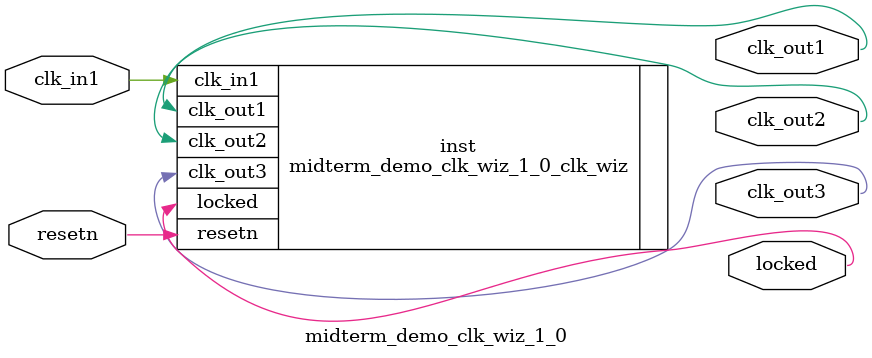
<source format=v>


`timescale 1ps/1ps

(* CORE_GENERATION_INFO = "midterm_demo_clk_wiz_1_0,clk_wiz_v6_0_2_0_0,{component_name=midterm_demo_clk_wiz_1_0,use_phase_alignment=true,use_min_o_jitter=false,use_max_i_jitter=false,use_dyn_phase_shift=false,use_inclk_switchover=false,use_dyn_reconfig=false,enable_axi=0,feedback_source=FDBK_AUTO,PRIMITIVE=MMCM,num_out_clk=3,clkin1_period=10.000,clkin2_period=10.000,use_power_down=false,use_reset=true,use_locked=true,use_inclk_stopped=false,feedback_type=SINGLE,CLOCK_MGR_TYPE=NA,manual_override=false}" *)

module midterm_demo_clk_wiz_1_0 
 (
  // Clock out ports
  output        clk_out1,
  output        clk_out2,
  output        clk_out3,
  // Status and control signals
  input         resetn,
  output        locked,
 // Clock in ports
  input         clk_in1
 );

  midterm_demo_clk_wiz_1_0_clk_wiz inst
  (
  // Clock out ports  
  .clk_out1(clk_out1),
  .clk_out2(clk_out2),
  .clk_out3(clk_out3),
  // Status and control signals               
  .resetn(resetn), 
  .locked(locked),
 // Clock in ports
  .clk_in1(clk_in1)
  );

endmodule

</source>
